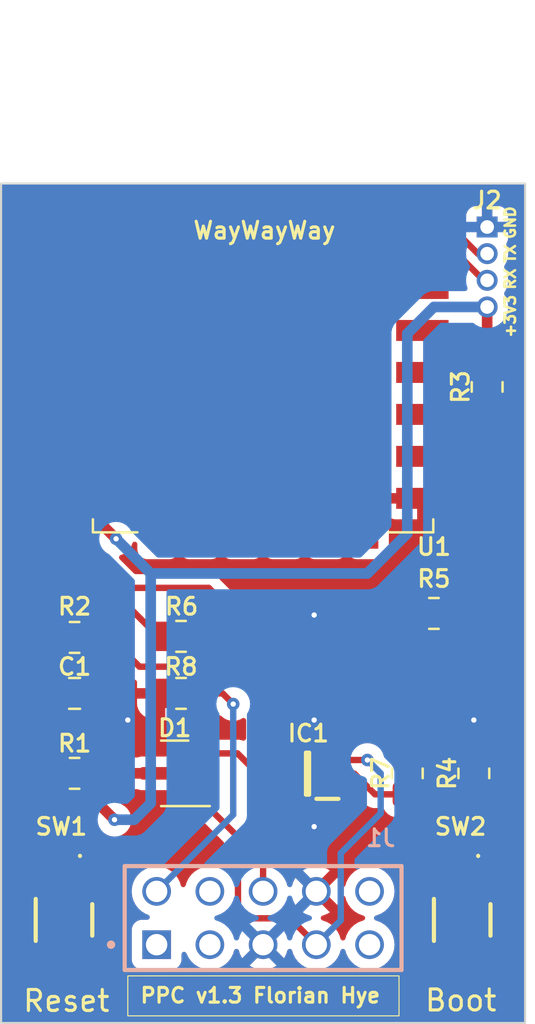
<source format=kicad_pcb>
(kicad_pcb (version 20221018) (generator pcbnew)
  (layers (0 "F.Cu" signal) (31 "B.Cu" signal) (34 "B.Paste" user) (35 "F.Paste" user) (36 "B.SilkS" user "B.Silkscreen") (37 "F.SilkS" user "F.Silkscreen") (38 "B.Mask" user) (39 "F.Mask" user) (44 "Edge.Cuts" user))
  (net 0 "")
  (net 1 "GND")
  (net 2 "Net-(IC1-B2)")
  (net 3 "Net-(IC1-B1)")
  (net 9 "Net-(SW1-B)")
  (net 11 "Net-(U1-EN)")
  (net 13 "Net-(U1-GPIO12)")
  (net 14 "Net-(U1-GPIO13)")
  (net 15 "+3V3")
  (net 22 "Net-(U1-GPIO15)")
  (net 24 "gpio0")
  (net 27 "pc_btn_reset")
  (net 28 "pc_btn_pwr")
  (net 29 "pc_pwr_led")
  (net 30 "Net-(SW2-A)")
  (net 31 "RX")
  (net 32 "TX")
  (footprint "Resistor_SMD:R_0805_2012Metric_Pad1.20x1.40mm_HandSolder" (layer "F.Cu") (at 123.19 59.69 -90)
    (fp_text reference "R3" (at 0 1.27 -90) (layer "F.SilkS") (effects (font (size 0.8 0.8))))
    (fp_text value "12k")
    (fp_line (start -0.227064 -0.735) (end 0.227064 -0.735) (stroke (width 0.12)) (layer "F.SilkS"))
    (fp_line (start -0.227064 0.735) (end 0.227064 0.735) (stroke (width 0.12)) (layer "F.SilkS"))
    (pad "1" smd roundrect (at -1 0 270) (size 1.2 1.4) (layers "F.Cu" "F.Paste" "F.Mask") (roundrect_rratio 0.2083333333) (net 15 "+3V3"))
    (pad "2" smd roundrect (at 1 0 270) (size 1.2 1.4) (layers "F.Cu" "F.Paste" "F.Mask") (roundrect_rratio 0.2083333333) (net 24 "gpio0"))
  )
  (footprint "Resistor_SMD:R_0805_2012Metric_Pad1.20x1.40mm_HandSolder" (layer "F.Cu") (at 122.555 78.105 90)
    (fp_text reference "R4" (at 0 -1.27 90) (layer "F.SilkS") (effects (font (size 0.8 0.8))))
    (fp_text value "470")
    (fp_line (start -0.227064 -0.735) (end 0.227064 -0.735) (stroke (width 0.12)) (layer "F.SilkS"))
    (fp_line (start -0.227064 0.735) (end 0.227064 0.735) (stroke (width 0.12)) (layer "F.SilkS"))
    (pad "1" smd roundrect (at -1 0 90) (size 1.2 1.4) (layers "F.Cu" "F.Paste" "F.Mask") (roundrect_rratio 0.2083333333) (net 30 "Net-(SW2-A)"))
    (pad "2" smd roundrect (at 1 0 90) (size 1.2 1.4) (layers "F.Cu" "F.Paste" "F.Mask") (roundrect_rratio 0.2083333333) (net 1 "GND"))
  )
  (footprint "Resistor_SMD:R_0805_2012Metric_Pad1.20x1.40mm_HandSolder" (layer "F.Cu") (at 103.505 71.628 180)
    (fp_text reference "R2" (at 0 1.4732) (layer "F.SilkS") (effects (font (size 0.8 0.8))))
    (fp_text value "12k")
    (fp_line (start -0.227064 -0.735) (end 0.227064 -0.735) (stroke (width 0.12)) (layer "F.SilkS"))
    (fp_line (start -0.227064 0.735) (end 0.227064 0.735) (stroke (width 0.12)) (layer "F.SilkS"))
    (pad "1" smd roundrect (at -1 0 180) (size 1.2 1.4) (layers "F.Cu" "F.Paste" "F.Mask") (roundrect_rratio 0.2083333333) (net 11 "Net-(U1-EN)"))
    (pad "2" smd roundrect (at 1 0 180) (size 1.2 1.4) (layers "F.Cu" "F.Paste" "F.Mask") (roundrect_rratio 0.2083333333) (net 15 "+3V3"))
  )
  (footprint "Samacsys:RKC2SJF170SMTRLFS" (layer "F.Cu") (at 103 85.09 -90)
    (fp_text reference "SW1" (at -4.445 0.13) (layer "F.SilkS") (effects (font (size 0.8 0.8))))
    (fp_text value "Reset" hide)
    (fp_line (start -3.1 -0.762) (end -3.1 -0.762) (stroke (width 0.1)) (layer "F.SilkS"))
    (fp_line (start -3 -0.762) (end -3 -0.762) (stroke (width 0.1)) (layer "F.SilkS"))
    (fp_line (start -1 1.35) (end 1 1.35) (stroke (width 0.2)) (layer "F.SilkS"))
    (fp_line (start -0.75 -1.35) (end 0.75 -1.35) (stroke (width 0.2)) (layer "F.SilkS"))
    (fp_arc (start -3.1 -0.762) (mid -3.05 -0.812) (end -3 -0.762) (stroke (width 0.1)) (layer "F.SilkS"))
    (fp_arc (start -3 -0.762) (mid -3.05 -0.712) (end -3.1 -0.762) (stroke (width 0.1)) (layer "F.SilkS"))
    (pad "1" smd rect (at -2 -0.762) (size 0.975 1.2) (layers "F.Cu" "F.Paste" "F.Mask") (net 1 "GND"))
    (pad "2" smd rect (at 2 -0.762) (size 0.975 1.2) (layers "F.Cu" "F.Paste" "F.Mask"))
    (pad "3" smd rect (at -2 0.762) (size 0.975 1.2) (layers "F.Cu" "F.Paste" "F.Mask") (net 9 "Net-(SW1-B)"))
    (pad "4" smd rect (at 2 0.762) (size 0.975 1.2) (layers "F.Cu" "F.Paste" "F.Mask"))
  )
  (footprint "Resistor_SMD:R_0805_2012Metric_Pad1.20x1.40mm_HandSolder" (layer "F.Cu") (at 108.585 71.5772 180)
    (fp_text reference "R6" (at -0.0254 1.4224) (layer "F.SilkS") (effects (font (size 0.8 0.8))))
    (fp_text value "320")
    (fp_line (start -0.227064 -0.735) (end 0.227064 -0.735) (stroke (width 0.12)) (layer "F.SilkS"))
    (fp_line (start -0.227064 0.735) (end 0.227064 0.735) (stroke (width 0.12)) (layer "F.SilkS"))
    (pad "1" smd roundrect (at -1 0 180) (size 1.2 1.4) (layers "F.Cu" "F.Paste" "F.Mask") (roundrect_rratio 0.2083333333) (net 3 "Net-(IC1-B1)"))
    (pad "2" smd roundrect (at 1 0 180) (size 1.2 1.4) (layers "F.Cu" "F.Paste" "F.Mask") (roundrect_rratio 0.2083333333) (net 13 "Net-(U1-GPIO12)"))
  )
  (footprint "Package_TO_SOT_SMD:SOT-23" (layer "F.Cu") (at 108.2825 78.105 180)
    (fp_text reference "D1" (at 0.000004 2.159) (layer "F.SilkS") (effects (font (size 0.8 0.8))))
    (fp_text value "MMBD354LT1G" hide)
    (fp_line (start 0 -1.56) (end -1.675 -1.56) (stroke (width 0.12)) (layer "F.SilkS"))
    (fp_line (start 0 -1.56) (end 0.65 -1.56) (stroke (width 0.12)) (layer "F.SilkS"))
    (fp_line (start 0 1.56) (end -0.65 1.56) (stroke (width 0.12)) (layer "F.SilkS"))
    (fp_line (start 0 1.56) (end 0.65 1.56) (stroke (width 0.12)) (layer "F.SilkS"))
    (pad "1" smd roundrect (at -0.9375 -0.95 180) (size 1.475 0.6) (layers "F.Cu" "F.Paste" "F.Mask") (net 27 "pc_btn_reset"))
    (pad "2" smd roundrect (at -0.9375 0.95 180) (size 1.475 0.6) (layers "F.Cu" "F.Paste" "F.Mask") (net 28 "pc_btn_pwr"))
    (pad "3" smd roundrect (at 0.9375 0 180) (size 1.475 0.6) (layers "F.Cu" "F.Paste" "F.Mask") (net 15 "+3V3"))
  )
  (footprint "Resistor_SMD:R_0805_2012Metric_Pad1.20x1.40mm_HandSolder" (layer "F.Cu") (at 108.585 74.295 180)
    (fp_text reference "R8" (at -0.000004 1.27) (layer "F.SilkS") (effects (font (size 0.8 0.8))))
    (fp_text value "470k")
    (fp_line (start -0.227064 -0.735) (end 0.227064 -0.735) (stroke (width 0.12)) (layer "F.SilkS"))
    (fp_line (start -0.227064 0.735) (end 0.227064 0.735) (stroke (width 0.12)) (layer "F.SilkS"))
    (pad "1" smd roundrect (at -1 0 180) (size 1.2 1.4) (layers "F.Cu" "F.Paste" "F.Mask") (roundrect_rratio 0.2083333333) (net 29 "pc_pwr_led"))
    (pad "2" smd roundrect (at 1 0 180) (size 1.2 1.4) (layers "F.Cu" "F.Paste" "F.Mask") (roundrect_rratio 0.2083333333) (net 1 "GND"))
  )
  (footprint "Capacitor_SMD:C_0805_2012Metric_Pad1.18x1.45mm_HandSolder" (layer "F.Cu") (at 103.505 74.295)
    (fp_text reference "C1" (at 0.000004 -1.27) (layer "F.SilkS") (effects (font (size 0.8 0.8))))
    (fp_text value "100n")
    (fp_line (start -0.261252 -0.735) (end 0.261252 -0.735) (stroke (width 0.12)) (layer "F.SilkS"))
    (fp_line (start -0.261252 0.735) (end 0.261252 0.735) (stroke (width 0.12)) (layer "F.SilkS"))
    (pad "1" smd roundrect (at -1.0375 0) (size 1.175 1.45) (layers "F.Cu" "F.Paste" "F.Mask") (roundrect_rratio 0.2127659574) (net 15 "+3V3"))
    (pad "2" smd roundrect (at 1.0375 0) (size 1.175 1.45) (layers "F.Cu" "F.Paste" "F.Mask") (roundrect_rratio 0.2127659574) (net 1 "GND"))
  )
  (footprint "Samacsys:RKC2SJF170SMTRLFS" (layer "F.Cu") (at 122 85.09 -90)
    (fp_text reference "SW2" (at -4.445 0.08) (layer "F.SilkS") (effects (font (size 0.8 0.8))))
    (fp_text value "Flash" hide)
    (fp_line (start -3.1 -0.762) (end -3.1 -0.762) (stroke (width 0.1)) (layer "F.SilkS"))
    (fp_line (start -3 -0.762) (end -3 -0.762) (stroke (width 0.1)) (layer "F.SilkS"))
    (fp_line (start -1 1.35) (end 1 1.35) (stroke (width 0.2)) (layer "F.SilkS"))
    (fp_line (start -0.75 -1.35) (end 0.75 -1.35) (stroke (width 0.2)) (layer "F.SilkS"))
    (fp_arc (start -3.1 -0.762) (mid -3.05 -0.812) (end -3 -0.762) (stroke (width 0.1)) (layer "F.SilkS"))
    (fp_arc (start -3 -0.762) (mid -3.05 -0.712) (end -3.1 -0.762) (stroke (width 0.1)) (layer "F.SilkS"))
    (pad "1" smd rect (at -2 -0.762) (size 0.975 1.2) (layers "F.Cu" "F.Paste" "F.Mask") (net 30 "Net-(SW2-A)"))
    (pad "2" smd rect (at 2 -0.762) (size 0.975 1.2) (layers "F.Cu" "F.Paste" "F.Mask"))
    (pad "3" smd rect (at -2 0.762) (size 0.975 1.2) (layers "F.Cu" "F.Paste" "F.Mask") (net 24 "gpio0"))
    (pad "4" smd rect (at 2 0.762) (size 0.975 1.2) (layers "F.Cu" "F.Paste" "F.Mask"))
  )
  (footprint "Samacsys:SOT65P210X110-6N" (layer "F.Cu") (at 114.62 78.12 180)
    (fp_text reference "IC1" (at -0.039014 1.92) (layer "F.SilkS") (effects (font (size 0.8 0.8))))
    (fp_text value "NSVBC847BDW1T2G" hide)
    (fp_line (start -1.475 -1.2) (end -0.425 -1.2) (stroke (width 0.2)) (layer "F.SilkS"))
    (fp_line (start -0.075 -1) (end 0.075 -1) (stroke (width 0.2)) (layer "F.SilkS"))
    (fp_line (start -0.075 1) (end -0.075 -1) (stroke (width 0.2)) (layer "F.SilkS"))
    (fp_line (start 0.075 -1) (end 0.075 1) (stroke (width 0.2)) (layer "F.SilkS"))
    (fp_line (start 0.075 1) (end -0.075 1) (stroke (width 0.2)) (layer "F.SilkS"))
    (pad "1" smd rect (at -0.95 -0.65 270) (size 0.4 1.05) (layers "F.Cu" "F.Paste" "F.Mask") (net 1 "GND"))
    (pad "2" smd rect (at -0.95 0 270) (size 0.4 1.05) (layers "F.Cu" "F.Paste" "F.Mask") (net 2 "Net-(IC1-B2)"))
    (pad "3" smd rect (at -0.95 0.65 270) (size 0.4 1.05) (layers "F.Cu" "F.Paste" "F.Mask") (net 27 "pc_btn_reset"))
    (pad "4" smd rect (at 0.95 0.65 270) (size 0.4 1.05) (layers "F.Cu" "F.Paste" "F.Mask") (net 1 "GND"))
    (pad "5" smd rect (at 0.95 0 270) (size 0.4 1.05) (layers "F.Cu" "F.Paste" "F.Mask") (net 3 "Net-(IC1-B1)"))
    (pad "6" smd rect (at 0.95 -0.65 270) (size 0.4 1.05) (layers "F.Cu" "F.Paste" "F.Mask") (net 28 "pc_btn_pwr"))
  )
  (footprint "Resistor_SMD:R_0805_2012Metric_Pad1.20x1.40mm_HandSolder" (layer "F.Cu") (at 119.38 78.105 -90)
    (fp_text reference "R7" (at 0 1.27 -90) (layer "F.SilkS") (effects (font (size 0.8 0.8))))
    (fp_text value "320")
    (fp_line (start -0.227064 -0.735) (end 0.227064 -0.735) (stroke (width 0.12)) (layer "F.SilkS"))
    (fp_line (start -0.227064 0.735) (end 0.227064 0.735) (stroke (width 0.12)) (layer "F.SilkS"))
    (pad "1" smd roundrect (at -1 0 270) (size 1.2 1.4) (layers "F.Cu" "F.Paste" "F.Mask") (roundrect_rratio 0.2083333333) (net 14 "Net-(U1-GPIO13)"))
    (pad "2" smd roundrect (at 1 0 270) (size 1.2 1.4) (layers "F.Cu" "F.Paste" "F.Mask") (roundrect_rratio 0.2083333333) (net 2 "Net-(IC1-B2)"))
  )
  (footprint "Connector_PinHeader_1.27mm:PinHeader_1x04_P1.27mm_Vertical" (layer "F.Cu") (at 123.19 52.07)
    (fp_text reference "J2" (at -0.000004 -1.27) (layer "F.SilkS") (effects (font (size 0.8 0.8))))
    (fp_text value "Conn_Serial")
    (pad "1" thru_hole rect (at 0 0) (size 1 1) (drill 0.65) (layers "*.Cu" "*.Mask") (net 1 "GND"))
    (pad "2" thru_hole oval (at 0 1.27) (size 1 1) (drill 0.65) (layers "*.Cu" "*.Mask") (net 32 "TX"))
    (pad "3" thru_hole oval (at 0 2.54) (size 1 1) (drill 0.65) (layers "*.Cu" "*.Mask") (net 31 "RX"))
    (pad "4" thru_hole oval (at 0 3.81) (size 1 1) (drill 0.65) (layers "*.Cu" "*.Mask") (net 15 "+3V3"))
  )
  (footprint "Resistor_SMD:R_0805_2012Metric_Pad1.20x1.40mm_HandSolder" (layer "F.Cu") (at 120.65 70.485)
    (fp_text reference "R5" (at -0.000004 -1.65) (layer "F.SilkS") (effects (font (size 0.8 0.8))))
    (fp_text value "12k")
    (fp_line (start -0.227064 -0.735) (end 0.227064 -0.735) (stroke (width 0.12)) (layer "F.SilkS"))
    (fp_line (start -0.227064 0.735) (end 0.227064 0.735) (stroke (width 0.12)) (layer "F.SilkS"))
    (pad "1" smd roundrect (at -1 0) (size 1.2 1.4) (layers "F.Cu" "F.Paste" "F.Mask") (roundrect_rratio 0.2083333333) (net 1 "GND"))
    (pad "2" smd roundrect (at 1 0) (size 1.2 1.4) (layers "F.Cu" "F.Paste" "F.Mask") (roundrect_rratio 0.2083333333) (net 22 "Net-(U1-GPIO15)"))
  )
  (footprint "RF_Module:ESP-12E" (layer "F.Cu") (at 112.5 54.5)
    (fp_text reference "U1" (at 8.149996 12.81) (layer "F.SilkS") (effects (font (size 0.8 0.8))))
    (fp_text value "ESP-12E")
    (fp_line (start -8.12 12.12) (end -8.12 11.5) (stroke (width 0.12)) (layer "F.SilkS"))
    (fp_line (start -6 12.12) (end -8.12 12.12) (stroke (width 0.12)) (layer "F.SilkS"))
    (fp_line (start 8.12 11.5) (end 8.12 12.12) (stroke (width 0.12)) (layer "F.SilkS"))
    (fp_line (start 8.12 12.12) (end 6 12.12) (stroke (width 0.12)) (layer "F.SilkS"))
    (pad "1" smd rect (at -7.6 -3.5) (size 2.5 1) (layers "F.Cu" "F.Paste" "F.Mask") (net 9 "Net-(SW1-B)"))
    (pad "2" smd rect (at -7.6 -1.5) (size 2.5 1) (layers "F.Cu" "F.Paste" "F.Mask"))
    (pad "3" smd rect (at -7.6 0.5) (size 2.5 1) (layers "F.Cu" "F.Paste" "F.Mask") (net 11 "Net-(U1-EN)"))
    (pad "4" smd rect (at -7.6 2.5) (size 2.5 1) (layers "F.Cu" "F.Paste" "F.Mask"))
    (pad "5" smd rect (at -7.6 4.5) (size 2.5 1) (layers "F.Cu" "F.Paste" "F.Mask") (net 29 "pc_pwr_led"))
    (pad "6" smd rect (at -7.6 6.5) (size 2.5 1) (layers "F.Cu" "F.Paste" "F.Mask") (net 13 "Net-(U1-GPIO12)"))
    (pad "7" smd rect (at -7.6 8.5) (size 2.5 1) (layers "F.Cu" "F.Paste" "F.Mask") (net 14 "Net-(U1-GPIO13)"))
    (pad "8" smd rect (at -7.6 10.5) (size 2.5 1) (layers "F.Cu" "F.Paste" "F.Mask") (net 15 "+3V3"))
    (pad "9" smd rect (at -5 12) (size 1 1.8) (layers "F.Cu" "F.Paste" "F.Mask"))
    (pad "10" smd rect (at -3 12) (size 1 1.8) (layers "F.Cu" "F.Paste" "F.Mask"))
    (pad "11" smd rect (at -1 12) (size 1 1.8) (layers "F.Cu" "F.Paste" "F.Mask"))
    (pad "12" smd rect (at 1 12) (size 1 1.8) (layers "F.Cu" "F.Paste" "F.Mask"))
    (pad "13" smd rect (at 3 12) (size 1 1.8) (layers "F.Cu" "F.Paste" "F.Mask"))
    (pad "14" smd rect (at 5 12) (size 1 1.8) (layers "F.Cu" "F.Paste" "F.Mask"))
    (pad "15" smd rect (at 7.6 10.5) (size 2.5 1) (layers "F.Cu" "F.Paste" "F.Mask") (net 1 "GND"))
    (pad "16" smd rect (at 7.6 8.5) (size 2.5 1) (layers "F.Cu" "F.Paste" "F.Mask") (net 22 "Net-(U1-GPIO15)"))
    (pad "17" smd rect (at 7.6 6.5) (size 2.5 1) (layers "F.Cu" "F.Paste" "F.Mask"))
    (pad "18" smd rect (at 7.6 4.5) (size 2.5 1) (layers "F.Cu" "F.Paste" "F.Mask") (net 24 "gpio0"))
    (pad "19" smd rect (at 7.6 2.5) (size 2.5 1) (layers "F.Cu" "F.Paste" "F.Mask"))
    (pad "20" smd rect (at 7.6 0.5) (size 2.5 1) (layers "F.Cu" "F.Paste" "F.Mask"))
    (pad "21" smd rect (at 7.6 -1.5) (size 2.5 1) (layers "F.Cu" "F.Paste" "F.Mask") (net 31 "RX"))
    (pad "22" smd rect (at 7.6 -3.5) (size 2.5 1) (layers "F.Cu" "F.Paste" "F.Mask") (net 32 "TX"))
    (zone (net 0) (net_name "") (layers "*.Cu") (connect_pads (clearance 0)) (min_thickness 0.254)
      (keepout (tracks not_allowed) (vias not_allowed) (pads not_allowed) (copperpour not_allowed) (footprints not_allowed))
      (fill (thermal_gap 0.508) (thermal_bridge_width 0.508))
      (polygon (pts (xy 104.38 49.7) (xy 120.62 49.7) (xy 120.62 42.38) (xy 104.38 42.38)))
    )
  )
  (footprint "Resistor_SMD:R_0805_2012Metric_Pad1.20x1.40mm_HandSolder" (layer "F.Cu") (at 103.505 78.105 180)
    (fp_text reference "R1" (at 0 1.4224 180) (layer "F.SilkS") (effects (font (size 0.8 0.8))))
    (fp_text value "12k")
    (fp_line (start -0.227064 -0.735) (end 0.227064 -0.735) (stroke (width 0.12)) (layer "F.SilkS"))
    (fp_line (start -0.227064 0.735) (end 0.227064 0.735) (stroke (width 0.12)) (layer "F.SilkS"))
    (pad "1" smd roundrect (at -1 0 180) (size 1.2 1.4) (layers "F.Cu" "F.Paste" "F.Mask") (roundrect_rratio 0.2083333333) (net 15 "+3V3"))
    (pad "2" smd roundrect (at 1 0 180) (size 1.2 1.4) (layers "F.Cu" "F.Paste" "F.Mask") (roundrect_rratio 0.2083333333) (net 9 "Net-(SW1-B)"))
  )
  (footprint "Snapeda:SAMTEC_SSQ-105-04-F-D" (layer "B.Cu") (at 112.5 85 180)
    (fp_text reference "J1" (at -5.609996 3.81) (layer "B.SilkS") (effects (font (size 0.8 0.8)) (justify mirror)))
    (fp_text value "JFP1")
    (fp_line (start -6.605 -2.475) (end -6.605 2.475) (stroke (width 0.2)) (layer "B.SilkS"))
    (fp_line (start 6.605 -2.475) (end -6.605 -2.475) (stroke (width 0.2)) (layer "B.SilkS"))
    (fp_line (start 6.605 2.475) (end -6.605 2.475) (stroke (width 0.2)) (layer "B.SilkS"))
    (fp_line (start 6.605 2.475) (end 6.605 -2.475) (stroke (width 0.2)) (layer "B.SilkS"))
    (fp_circle (center 7.255 -1.27) (end 7.355 -1.27) (stroke (width 0.2)) (fill none) (layer "B.SilkS"))
    (pad "01" thru_hole rect (at 5.08 -1.27 180) (size 1.37 1.37) (drill 1.02) (layers "*.Cu" "*.Mask"))
    (pad "02" thru_hole circle (at 5.08 1.27 180) (size 1.37 1.37) (drill 1.02) (layers "*.Cu" "*.Mask") (net 29 "pc_pwr_led"))
    (pad "03" thru_hole circle (at 2.54 -1.27 180) (size 1.37 1.37) (drill 1.02) (layers "*.Cu" "*.Mask"))
    (pad "04" thru_hole circle (at 2.54 1.27 180) (size 1.37 1.37) (drill 1.02) (layers "*.Cu" "*.Mask"))
    (pad "05" thru_hole circle (at 0 -1.27 180) (size 1.37 1.37) (drill 1.02) (layers "*.Cu" "*.Mask") (net 1 "GND"))
    (pad "06" thru_hole circle (at 0 1.27 180) (size 1.37 1.37) (drill 1.02) (layers "*.Cu" "*.Mask") (net 28 "pc_btn_pwr"))
    (pad "07" thru_hole circle (at -2.54 -1.27 180) (size 1.37 1.37) (drill 1.02) (layers "*.Cu" "*.Mask") (net 27 "pc_btn_reset"))
    (pad "08" thru_hole circle (at -2.54 1.27 180) (size 1.37 1.37) (drill 1.02) (layers "*.Cu" "*.Mask") (net 1 "GND"))
    (pad "09" thru_hole circle (at -5.08 -1.27 180) (size 1.37 1.37) (drill 1.02) (layers "*.Cu" "*.Mask"))
    (pad "10" thru_hole circle (at -5.08 1.27 180) (size 1.37 1.37) (drill 1.02) (layers "*.Cu" "*.Mask"))
  )
  (gr_rect (start 100 50) (end 125 90) (stroke (width 0.1)) (fill none) (layer "Edge.Cuts"))
  (gr_text "TX" (at 124.587 53.848 90) (layer "F.SilkS") (effects (font (size 0.5 0.5)) (justify left bottom)))
  (gr_text "+3V3" (at 124.587 57.404 90) (layer "F.SilkS") (effects (font (size 0.5 0.5)) (justify left bottom)))
  (gr_text "WayWayWay" (at 109.093 52.705) (layer "F.SilkS") (effects (font (size 0.8 0.8) (thickness 0.15) bold) (justify left bottom)))
  (gr_text "RX" (at 124.587 55.118 90) (layer "F.SilkS") (effects (font (size 0.5 0.5)) (justify left bottom)))
  (gr_text "Reset\n" (at 100.965 89.535) (layer "F.SilkS") (effects (font (size 1 1)) (justify left bottom)))
  (gr_text "Boot" (at 120.142 89.5096) (layer "F.SilkS") (effects (font (size 1 1)) (justify left bottom)))
  (gr_text "GND" (at 124.587 52.705 90) (layer "F.SilkS") (effects (font (size 0.5 0.5)) (justify left bottom)))
  (gr_text_box "PPC v1.3 Florian Hye" (start 106.045 87.757) (end 118.985079 89.662) (layer "F.SilkS") (effects (font (size 0.7 0.7)) (justify left top)) (stroke (width 0.05)))
  (segment (start 104.5425 74.218855) (end 104.505 74.256355) (width 0.3048) (layer "F.Cu") (net 1))
  (via (at 114.935 80.645) (size 0.6) (drill 0.254) (layers "F.Cu" "B.Cu") (net 1))
  (via (at 106.045 75.565) (size 0.6) (drill 0.254) (layers "F.Cu" "B.Cu") (net 1))
  (via (at 114.935 70.5612) (size 0.6) (drill 0.254) (layers "F.Cu" "B.Cu") (net 1))
  (via (at 114.935 75.565) (size 0.6) (drill 0.254) (layers "F.Cu" "B.Cu") (net 1))
  (via (at 122.555 75.565) (size 0.6) (drill 0.254) (layers "F.Cu" "B.Cu") (net 1))
  (segment (start 114.681 83.371) (end 115.04 83.73) (width 0.508) (layer "B.Cu") (net 1))
  (segment (start 117.84 79.105) (end 119.38 79.105) (width 0.3048) (layer "F.Cu") (net 2))
  (segment (start 116.855 78.12) (end 117.84 79.105) (width 0.3048) (layer "F.Cu") (net 2))
  (segment (start 115.57 78.12) (end 116.855 78.12) (width 0.3048) (layer "F.Cu") (net 2))
  (segment (start 112.9854 78.12) (end 113.67 78.12) (width 0.3048) (layer "F.Cu") (net 3))
  (segment (start 112.3442 72.6694) (end 112.3442 77.4788) (width 0.3048) (layer "F.Cu") (net 3))
  (segment (start 111.4298 71.755) (end 112.3442 72.6694) (width 0.3048) (layer "F.Cu") (net 3))
  (segment (start 112.3442 77.4788) (end 112.9854 78.12) (width 0.3048) (layer "F.Cu") (net 3))
  (segment (start 109.585 71.755) (end 111.4298 71.755) (width 0.3048) (layer "F.Cu") (net 3))
  (segment (start 100.6856 76.2856) (end 102.505 78.105) (width 0.3048) (layer "F.Cu") (net 9))
  (segment (start 104.9 51) (end 102.035 51) (width 0.3048) (layer "F.Cu") (net 9))
  (segment (start 102.035 51) (end 100.6856 52.3494) (width 0.3048) (layer "F.Cu") (net 9))
  (segment (start 100.6856 52.3494) (end 100.6856 76.2856) (width 0.3048) (layer "F.Cu") (net 9))
  (segment (start 102.238 78.372) (end 102.238 83.09) (width 0.3048) (layer "F.Cu") (net 9))
  (segment (start 102.505 78.105) (end 102.238 78.372) (width 0.3048) (layer "F.Cu") (net 9))
  (segment (start 101.2952 56.1848) (end 102.48 55) (width 0.3048) (layer "F.Cu") (net 11))
  (segment (start 104.505 71.628) (end 104.378 71.628) (width 0.3048) (layer "F.Cu") (net 11))
  (segment (start 104.378 71.628) (end 101.2952 68.5452) (width 0.3048) (layer "F.Cu") (net 11))
  (segment (start 101.2952 68.5452) (end 101.2952 56.1848) (width 0.3048) (layer "F.Cu") (net 11))
  (segment (start 102.48 55) (end 104.9 55) (width 0.3048) (layer "F.Cu") (net 11))
  (segment (start 102.4128 62.0522) (end 102.4128 66.4972) (width 0.3048) (layer "F.Cu") (net 13))
  (segment (start 103.465 61) (end 102.4128 62.0522) (width 0.3048) (layer "F.Cu") (net 13))
  (segment (start 104.9 61) (end 103.465 61) (width 0.3048) (layer "F.Cu") (net 13))
  (segment (start 102.4128 66.4972) (end 107.585 71.6694) (width 0.3048) (layer "F.Cu") (net 13))
  (segment (start 102.997 66.167) (end 102.997 63.754) (width 0.3048) (layer "F.Cu") (net 14))
  (segment (start 102.997 63.754) (end 103.751 63) (width 0.3048) (layer "F.Cu") (net 14))
  (segment (start 117.2464 74.295) (end 114.935 74.295) (width 0.3048) (layer "F.Cu") (net 14))
  (segment (start 114.935 74.295) (end 109.9058 69.2658) (width 0.3048) (layer "F.Cu") (net 14))
  (segment (start 106.0958 69.2658) (end 102.997 66.167) (width 0.3048) (layer "F.Cu") (net 14))
  (segment (start 109.9058 69.2658) (end 106.0958 69.2658) (width 0.3048) (layer "F.Cu") (net 14))
  (segment (start 103.751 63) (end 104.9 63) (width 0.3048) (layer "F.Cu") (net 14))
  (segment (start 119.38 76.4286) (end 117.2464 74.295) (width 0.3048) (layer "F.Cu") (net 14))
  (segment (start 119.38 77.105) (end 119.38 76.4286) (width 0.3048) (layer "F.Cu") (net 14))
  (segment (start 102.505 74.2575) (end 102.4675 74.295) (width 0.508) (layer "F.Cu") (net 15))
  (segment (start 102.505 71.755) (end 102.505 74.2575) (width 0.508) (layer "F.Cu") (net 15))
  (segment (start 102.4675 74.295) (end 102.4675 76.0675) (width 0.508) (layer "F.Cu") (net 15))
  (segment (start 104.9 65) (end 104.9 66.3428) (width 0.508) (layer "F.Cu") (net 15))
  (segment (start 104.505 78.105) (end 107.345 78.105) (width 0.508) (layer "F.Cu") (net 15))
  (segment (start 123.19 58.69) (end 123.19 55.88) (width 0.508) (layer "F.Cu") (net 15))
  (segment (start 104.505 78.105) (end 104.505 79.4098) (width 0.508) (layer "F.Cu") (net 15))
  (segment (start 102.4675 76.0675) (end 104.505 78.105) (width 0.508) (layer "F.Cu") (net 15))
  (segment (start 105.41 80.3148) (end 104.505 79.4098) (width 0.508) (layer "F.Cu") (net 15))
  (segment (start 104.9 66.3428) (end 105.4862 66.929) (width 0.508) (layer "F.Cu") (net 15))
  (via (at 105.41 80.3148) (size 0.6) (drill 0.254) (layers "F.Cu" "B.Cu") (net 15))
  (via (at 105.4862 66.929) (size 0.6) (drill 0.254) (layers "F.Cu" "B.Cu") (net 15))
  (segment (start 119.38 57.15) (end 120.65 55.88) (width 0.508) (layer "B.Cu") (net 15))
  (segment (start 105.41 80.3148) (end 106.3498 80.3148) (width 0.508) (layer "B.Cu") (net 15))
  (segment (start 106.3498 80.3148) (end 107.1372 79.5274) (width 0.508) (layer "B.Cu") (net 15))
  (segment (start 105.4862 66.929) (end 107.1372 68.58) (width 0.508) (layer "B.Cu") (net 15))
  (segment (start 120.65 55.88) (end 123.19 55.88) (width 0.508) (layer "B.Cu") (net 15))
  (segment (start 107.1372 79.5274) (end 107.1372 68.58) (width 0.508) (layer "B.Cu") (net 15))
  (segment (start 119.38 66.675) (end 119.38 57.15) (width 0.508) (layer "B.Cu") (net 15))
  (segment (start 107.1372 68.58) (end 117.475 68.58) (width 0.508) (layer "B.Cu") (net 15))
  (segment (start 117.475 68.58) (end 119.38 66.675) (width 0.508) (layer "B.Cu") (net 15))
  (segment (start 122.92 63.865) (end 122.055 63) (width 0.3048) (layer "F.Cu") (net 22))
  (segment (start 122.92 69.215) (end 121.65 70.485) (width 0.3048) (layer "F.Cu") (net 22))
  (segment (start 122.055 63) (end 120.1 63) (width 0.3048) (layer "F.Cu") (net 22))
  (segment (start 122.92 63.865) (end 122.92 69.215) (width 0.3048) (layer "F.Cu") (net 22))
  (segment (start 120.1 59) (end 120.595 59) (width 0.3048) (layer "F.Cu") (net 24))
  (segment (start 123.19 60.69) (end 123.825 61.325) (width 0.3048) (layer "F.Cu") (net 24))
  (segment (start 123.825 72.39) (end 121.238 74.977) (width 0.3048) (layer "F.Cu") (net 24))
  (segment (start 123.825 61.325) (end 123.825 72.39) (width 0.3048) (layer "F.Cu") (net 24))
  (segment (start 121.238 74.977) (end 121.238 83.09) (width 0.3048) (layer "F.Cu") (net 24))
  (segment (start 122.285 60.69) (end 123.19 60.69) (width 0.3048) (layer "F.Cu") (net 24))
  (segment (start 120.595 59) (end 122.285 60.69) (width 0.3048) (layer "F.Cu") (net 24))
  (segment (start 115.57 77.47) (end 117.475 77.47) (width 0.3048) (layer "F.Cu") (net 27))
  (segment (start 113.783265 85.013265) (end 115.04 86.27) (width 0.3048) (layer "F.Cu") (net 27))
  (segment (start 111.723579 85.013265) (end 113.783265 85.013265) (width 0.3048) (layer "F.Cu") (net 27))
  (segment (start 111.301232 84.590918) (end 111.723579 85.013265) (width 0.3048) (layer "F.Cu") (net 27))
  (segment (start 111.301232 81.136232) (end 111.301232 84.590918) (width 0.3048) (layer "F.Cu") (net 27))
  (segment (start 109.22 79.055) (end 111.301232 81.136232) (width 0.3048) (layer "F.Cu") (net 27))
  (via (at 117.475 77.47) (size 0.6) (drill 0.254) (layers "F.Cu" "B.Cu") (net 27))
  (segment (start 117.475 77.47) (end 118.11 78.105) (width 0.3048) (layer "B.Cu") (net 27))
  (segment (start 116.205 85.105) (end 115.04 86.27) (width 0.3048) (layer "B.Cu") (net 27))
  (segment (start 118.11 80.01) (end 116.205 81.915) (width 0.3048) (layer "B.Cu") (net 27))
  (segment (start 118.11 78.105) (end 118.11 80.01) (width 0.3048) (layer "B.Cu") (net 27))
  (segment (start 116.205 81.915) (end 116.205 85.105) (width 0.3048) (layer "B.Cu") (net 27))
  (segment (start 111.28 77.155) (end 112.895 78.77) (width 0.3048) (layer "F.Cu") (net 28))
  (segment (start 112.895 78.77) (end 113.67 78.77) (width 0.3048) (layer "F.Cu") (net 28))
  (segment (start 112.5 83.73) (end 112.5 79.94) (width 0.3048) (layer "F.Cu") (net 28))
  (segment (start 109.22 77.155) (end 111.28 77.155) (width 0.3048) (layer "F.Cu") (net 28))
  (segment (start 112.5 79.94) (end 113.67 78.77) (width 0.3048) (layer "F.Cu") (net 28))
  (segment (start 101.854 60.071) (end 101.854 66.8528) (width 0.3048) (layer "F.Cu") (net 29))
  (segment (start 104.9 59) (end 102.925 59) (width 0.3048) (layer "F.Cu") (net 29))
  (segment (start 106.0704 72.4916) (end 106.601785 73.022985) (width 0.3048) (layer "F.Cu") (net 29))
  (segment (start 109.585 74.295) (end 110.5662 74.295) (width 0.3048) (layer "F.Cu") (net 29))
  (segment (start 102.925 59) (end 101.854 60.071) (width 0.3048) (layer "F.Cu") (net 29))
  (segment (start 108.312985 73.022985) (end 109.585 74.295) (width 0.3048) (layer "F.Cu") (net 29))
  (segment (start 106.601785 73.022985) (end 108.312985 73.022985) (width 0.3048) (layer "F.Cu") (net 29))
  (segment (start 106.0704 71.0692) (end 106.0704 72.4916) (width 0.3048) (layer "F.Cu") (net 29))
  (segment (start 110.5662 74.295) (end 111.0742 74.803) (width 0.3048) (layer "F.Cu") (net 29))
  (segment (start 101.854 66.8528) (end 106.0704 71.0692) (width 0.3048) (layer "F.Cu") (net 29))
  (via (at 111.0742 74.803) (size 0.6) (drill 0.254) (layers "F.Cu" "B.Cu") (net 29))
  (segment (start 111.0742 80.0758) (end 107.42 83.73) (width 0.3048) (layer "B.Cu") (net 29))
  (segment (start 111.0742 74.803) (end 111.0742 80.0758) (width 0.3048) (layer "B.Cu") (net 29))
  (segment (start 122.555 82.883) (end 122.762 83.09) (width 0.3048) (layer "F.Cu") (net 30))
  (segment (start 122.555 79.105) (end 122.555 82.883) (width 0.3048) (layer "F.Cu") (net 30))
  (segment (start 121.40941 53) (end 123.01941 54.61) (width 0.3048) (layer "F.Cu") (net 31))
  (segment (start 120.1 53) (end 121.40941 53) (width 0.3048) (layer "F.Cu") (net 31))
  (segment (start 123.01941 54.61) (end 123.19 54.61) (width 0.3048) (layer "F.Cu") (net 31))
  (segment (start 120.1 51) (end 120.4048 51) (width 0.3048) (layer "F.Cu") (net 32))
  (segment (start 122.7448 53.34) (end 123.19 53.34) (width 0.3048) (layer "F.Cu") (net 32))
  (segment (start 122.9012 53.34) (end 123.19 53.34) (width 0.3048) (layer "F.Cu") (net 32))
  (segment (start 120.4048 51) (end 122.7448 53.34) (width 0.3048) (layer "F.Cu") (net 32))
  (zone (net 1) (net_name "GND") (layer "F.Cu") (connect_pads (clearance 0.5)) (min_thickness 0.25) (fill yes (thermal_gap 0.5) (thermal_bridge_width 0.5))
    (polygon (pts (xy 100.052547 50.001869) (xy 124.970088 50.001869) (xy 124.985785 90.00255) (xy 99.946429 89.986853)))
  )
  (zone (net 1) (net_name "GND") (layer "B.Cu") (priority 1) (connect_pads (clearance 0.5)) (min_thickness 0.25) (fill yes (thermal_gap 0.5) (thermal_bridge_width 0.5))
    (polygon (pts (xy 100.012899 49.972652) (xy 125.030044 50.011639) (xy 125.006837 89.992658) (xy 99.966485 90.015865)))
  )
)
</source>
